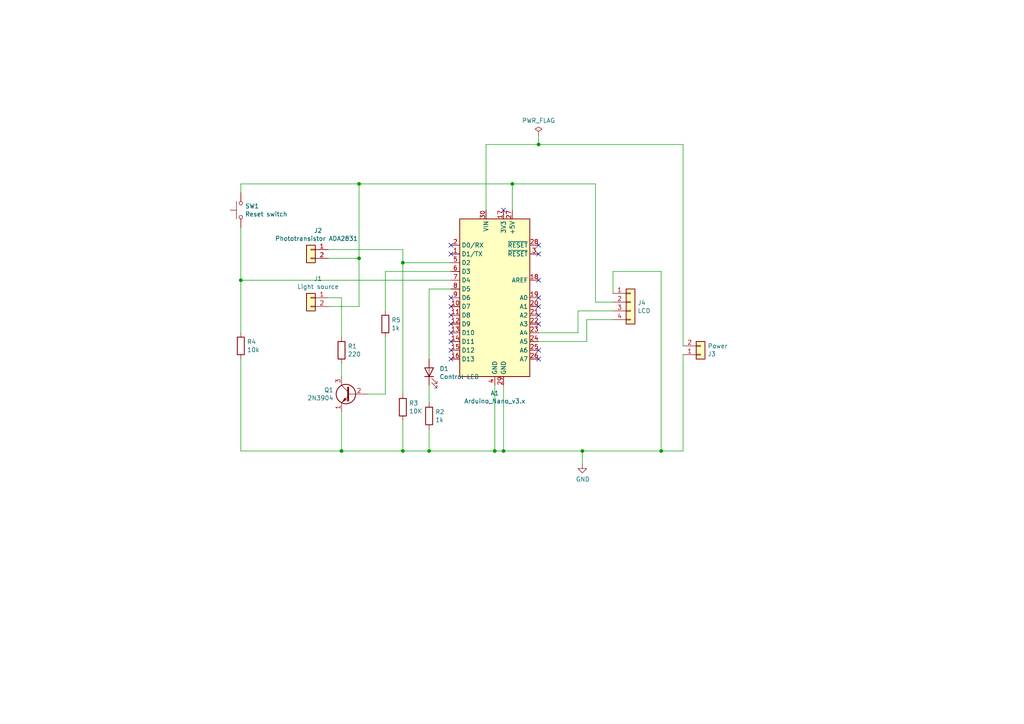
<source format=kicad_sch>
(kicad_sch
	(version 20231120)
	(generator "eeschema")
	(generator_version "8.0")
	(uuid "db1a1c14-478c-44db-b10d-f32aa7fecde8")
	(paper "A4")
	(lib_symbols
		(symbol "Connector_Generic:Conn_01x02"
			(pin_names
				(offset 1.016) hide)
			(exclude_from_sim no)
			(in_bom yes)
			(on_board yes)
			(property "Reference" "J"
				(at 0 2.54 0)
				(effects
					(font
						(size 1.27 1.27)
					)
				)
			)
			(property "Value" "Conn_01x02"
				(at 0 -5.08 0)
				(effects
					(font
						(size 1.27 1.27)
					)
				)
			)
			(property "Footprint" ""
				(at 0 0 0)
				(effects
					(font
						(size 1.27 1.27)
					)
					(hide yes)
				)
			)
			(property "Datasheet" "~"
				(at 0 0 0)
				(effects
					(font
						(size 1.27 1.27)
					)
					(hide yes)
				)
			)
			(property "Description" "Generic connector, single row, 01x02, script generated (kicad-library-utils/schlib/autogen/connector/)"
				(at 0 0 0)
				(effects
					(font
						(size 1.27 1.27)
					)
					(hide yes)
				)
			)
			(property "ki_keywords" "connector"
				(at 0 0 0)
				(effects
					(font
						(size 1.27 1.27)
					)
					(hide yes)
				)
			)
			(property "ki_fp_filters" "Connector*:*_1x??_*"
				(at 0 0 0)
				(effects
					(font
						(size 1.27 1.27)
					)
					(hide yes)
				)
			)
			(symbol "Conn_01x02_1_1"
				(rectangle
					(start -1.27 -2.413)
					(end 0 -2.667)
					(stroke
						(width 0.1524)
						(type default)
					)
					(fill
						(type none)
					)
				)
				(rectangle
					(start -1.27 0.127)
					(end 0 -0.127)
					(stroke
						(width 0.1524)
						(type default)
					)
					(fill
						(type none)
					)
				)
				(rectangle
					(start -1.27 1.27)
					(end 1.27 -3.81)
					(stroke
						(width 0.254)
						(type default)
					)
					(fill
						(type background)
					)
				)
				(pin passive line
					(at -5.08 0 0)
					(length 3.81)
					(name "Pin_1"
						(effects
							(font
								(size 1.27 1.27)
							)
						)
					)
					(number "1"
						(effects
							(font
								(size 1.27 1.27)
							)
						)
					)
				)
				(pin passive line
					(at -5.08 -2.54 0)
					(length 3.81)
					(name "Pin_2"
						(effects
							(font
								(size 1.27 1.27)
							)
						)
					)
					(number "2"
						(effects
							(font
								(size 1.27 1.27)
							)
						)
					)
				)
			)
		)
		(symbol "Connector_Generic:Conn_01x04"
			(pin_names
				(offset 1.016) hide)
			(exclude_from_sim no)
			(in_bom yes)
			(on_board yes)
			(property "Reference" "J"
				(at 0 5.08 0)
				(effects
					(font
						(size 1.27 1.27)
					)
				)
			)
			(property "Value" "Conn_01x04"
				(at 0 -7.62 0)
				(effects
					(font
						(size 1.27 1.27)
					)
				)
			)
			(property "Footprint" ""
				(at 0 0 0)
				(effects
					(font
						(size 1.27 1.27)
					)
					(hide yes)
				)
			)
			(property "Datasheet" "~"
				(at 0 0 0)
				(effects
					(font
						(size 1.27 1.27)
					)
					(hide yes)
				)
			)
			(property "Description" "Generic connector, single row, 01x04, script generated (kicad-library-utils/schlib/autogen/connector/)"
				(at 0 0 0)
				(effects
					(font
						(size 1.27 1.27)
					)
					(hide yes)
				)
			)
			(property "ki_keywords" "connector"
				(at 0 0 0)
				(effects
					(font
						(size 1.27 1.27)
					)
					(hide yes)
				)
			)
			(property "ki_fp_filters" "Connector*:*_1x??_*"
				(at 0 0 0)
				(effects
					(font
						(size 1.27 1.27)
					)
					(hide yes)
				)
			)
			(symbol "Conn_01x04_1_1"
				(rectangle
					(start -1.27 -4.953)
					(end 0 -5.207)
					(stroke
						(width 0.1524)
						(type default)
					)
					(fill
						(type none)
					)
				)
				(rectangle
					(start -1.27 -2.413)
					(end 0 -2.667)
					(stroke
						(width 0.1524)
						(type default)
					)
					(fill
						(type none)
					)
				)
				(rectangle
					(start -1.27 0.127)
					(end 0 -0.127)
					(stroke
						(width 0.1524)
						(type default)
					)
					(fill
						(type none)
					)
				)
				(rectangle
					(start -1.27 2.667)
					(end 0 2.413)
					(stroke
						(width 0.1524)
						(type default)
					)
					(fill
						(type none)
					)
				)
				(rectangle
					(start -1.27 3.81)
					(end 1.27 -6.35)
					(stroke
						(width 0.254)
						(type default)
					)
					(fill
						(type background)
					)
				)
				(pin passive line
					(at -5.08 2.54 0)
					(length 3.81)
					(name "Pin_1"
						(effects
							(font
								(size 1.27 1.27)
							)
						)
					)
					(number "1"
						(effects
							(font
								(size 1.27 1.27)
							)
						)
					)
				)
				(pin passive line
					(at -5.08 0 0)
					(length 3.81)
					(name "Pin_2"
						(effects
							(font
								(size 1.27 1.27)
							)
						)
					)
					(number "2"
						(effects
							(font
								(size 1.27 1.27)
							)
						)
					)
				)
				(pin passive line
					(at -5.08 -2.54 0)
					(length 3.81)
					(name "Pin_3"
						(effects
							(font
								(size 1.27 1.27)
							)
						)
					)
					(number "3"
						(effects
							(font
								(size 1.27 1.27)
							)
						)
					)
				)
				(pin passive line
					(at -5.08 -5.08 0)
					(length 3.81)
					(name "Pin_4"
						(effects
							(font
								(size 1.27 1.27)
							)
						)
					)
					(number "4"
						(effects
							(font
								(size 1.27 1.27)
							)
						)
					)
				)
			)
		)
		(symbol "Device:LED"
			(pin_numbers hide)
			(pin_names
				(offset 1.016) hide)
			(exclude_from_sim no)
			(in_bom yes)
			(on_board yes)
			(property "Reference" "D"
				(at 0 2.54 0)
				(effects
					(font
						(size 1.27 1.27)
					)
				)
			)
			(property "Value" "LED"
				(at 0 -2.54 0)
				(effects
					(font
						(size 1.27 1.27)
					)
				)
			)
			(property "Footprint" ""
				(at 0 0 0)
				(effects
					(font
						(size 1.27 1.27)
					)
					(hide yes)
				)
			)
			(property "Datasheet" "~"
				(at 0 0 0)
				(effects
					(font
						(size 1.27 1.27)
					)
					(hide yes)
				)
			)
			(property "Description" "Light emitting diode"
				(at 0 0 0)
				(effects
					(font
						(size 1.27 1.27)
					)
					(hide yes)
				)
			)
			(property "ki_keywords" "LED diode"
				(at 0 0 0)
				(effects
					(font
						(size 1.27 1.27)
					)
					(hide yes)
				)
			)
			(property "ki_fp_filters" "LED* LED_SMD:* LED_THT:*"
				(at 0 0 0)
				(effects
					(font
						(size 1.27 1.27)
					)
					(hide yes)
				)
			)
			(symbol "LED_0_1"
				(polyline
					(pts
						(xy -1.27 -1.27) (xy -1.27 1.27)
					)
					(stroke
						(width 0.254)
						(type default)
					)
					(fill
						(type none)
					)
				)
				(polyline
					(pts
						(xy -1.27 0) (xy 1.27 0)
					)
					(stroke
						(width 0)
						(type default)
					)
					(fill
						(type none)
					)
				)
				(polyline
					(pts
						(xy 1.27 -1.27) (xy 1.27 1.27) (xy -1.27 0) (xy 1.27 -1.27)
					)
					(stroke
						(width 0.254)
						(type default)
					)
					(fill
						(type none)
					)
				)
				(polyline
					(pts
						(xy -3.048 -0.762) (xy -4.572 -2.286) (xy -3.81 -2.286) (xy -4.572 -2.286) (xy -4.572 -1.524)
					)
					(stroke
						(width 0)
						(type default)
					)
					(fill
						(type none)
					)
				)
				(polyline
					(pts
						(xy -1.778 -0.762) (xy -3.302 -2.286) (xy -2.54 -2.286) (xy -3.302 -2.286) (xy -3.302 -1.524)
					)
					(stroke
						(width 0)
						(type default)
					)
					(fill
						(type none)
					)
				)
			)
			(symbol "LED_1_1"
				(pin passive line
					(at -3.81 0 0)
					(length 2.54)
					(name "K"
						(effects
							(font
								(size 1.27 1.27)
							)
						)
					)
					(number "1"
						(effects
							(font
								(size 1.27 1.27)
							)
						)
					)
				)
				(pin passive line
					(at 3.81 0 180)
					(length 2.54)
					(name "A"
						(effects
							(font
								(size 1.27 1.27)
							)
						)
					)
					(number "2"
						(effects
							(font
								(size 1.27 1.27)
							)
						)
					)
				)
			)
		)
		(symbol "Device:R"
			(pin_numbers hide)
			(pin_names
				(offset 0)
			)
			(exclude_from_sim no)
			(in_bom yes)
			(on_board yes)
			(property "Reference" "R"
				(at 2.032 0 90)
				(effects
					(font
						(size 1.27 1.27)
					)
				)
			)
			(property "Value" "R"
				(at 0 0 90)
				(effects
					(font
						(size 1.27 1.27)
					)
				)
			)
			(property "Footprint" ""
				(at -1.778 0 90)
				(effects
					(font
						(size 1.27 1.27)
					)
					(hide yes)
				)
			)
			(property "Datasheet" "~"
				(at 0 0 0)
				(effects
					(font
						(size 1.27 1.27)
					)
					(hide yes)
				)
			)
			(property "Description" "Resistor"
				(at 0 0 0)
				(effects
					(font
						(size 1.27 1.27)
					)
					(hide yes)
				)
			)
			(property "ki_keywords" "R res resistor"
				(at 0 0 0)
				(effects
					(font
						(size 1.27 1.27)
					)
					(hide yes)
				)
			)
			(property "ki_fp_filters" "R_*"
				(at 0 0 0)
				(effects
					(font
						(size 1.27 1.27)
					)
					(hide yes)
				)
			)
			(symbol "R_0_1"
				(rectangle
					(start -1.016 -2.54)
					(end 1.016 2.54)
					(stroke
						(width 0.254)
						(type default)
					)
					(fill
						(type none)
					)
				)
			)
			(symbol "R_1_1"
				(pin passive line
					(at 0 3.81 270)
					(length 1.27)
					(name "~"
						(effects
							(font
								(size 1.27 1.27)
							)
						)
					)
					(number "1"
						(effects
							(font
								(size 1.27 1.27)
							)
						)
					)
				)
				(pin passive line
					(at 0 -3.81 90)
					(length 1.27)
					(name "~"
						(effects
							(font
								(size 1.27 1.27)
							)
						)
					)
					(number "2"
						(effects
							(font
								(size 1.27 1.27)
							)
						)
					)
				)
			)
		)
		(symbol "MCU_Module:Arduino_Nano_v3.x"
			(exclude_from_sim no)
			(in_bom yes)
			(on_board yes)
			(property "Reference" "A"
				(at -10.16 23.495 0)
				(effects
					(font
						(size 1.27 1.27)
					)
					(justify left bottom)
				)
			)
			(property "Value" "Arduino_Nano_v3.x"
				(at 5.08 -24.13 0)
				(effects
					(font
						(size 1.27 1.27)
					)
					(justify left top)
				)
			)
			(property "Footprint" "Module:Arduino_Nano"
				(at 0 0 0)
				(effects
					(font
						(size 1.27 1.27)
						(italic yes)
					)
					(hide yes)
				)
			)
			(property "Datasheet" "http://www.mouser.com/pdfdocs/Gravitech_Arduino_Nano3_0.pdf"
				(at 0 0 0)
				(effects
					(font
						(size 1.27 1.27)
					)
					(hide yes)
				)
			)
			(property "Description" "Arduino Nano v3.x"
				(at 0 0 0)
				(effects
					(font
						(size 1.27 1.27)
					)
					(hide yes)
				)
			)
			(property "ki_keywords" "Arduino nano microcontroller module USB"
				(at 0 0 0)
				(effects
					(font
						(size 1.27 1.27)
					)
					(hide yes)
				)
			)
			(property "ki_fp_filters" "Arduino*Nano*"
				(at 0 0 0)
				(effects
					(font
						(size 1.27 1.27)
					)
					(hide yes)
				)
			)
			(symbol "Arduino_Nano_v3.x_0_1"
				(rectangle
					(start -10.16 22.86)
					(end 10.16 -22.86)
					(stroke
						(width 0.254)
						(type default)
					)
					(fill
						(type background)
					)
				)
			)
			(symbol "Arduino_Nano_v3.x_1_1"
				(pin bidirectional line
					(at -12.7 12.7 0)
					(length 2.54)
					(name "D1/TX"
						(effects
							(font
								(size 1.27 1.27)
							)
						)
					)
					(number "1"
						(effects
							(font
								(size 1.27 1.27)
							)
						)
					)
				)
				(pin bidirectional line
					(at -12.7 -2.54 0)
					(length 2.54)
					(name "D7"
						(effects
							(font
								(size 1.27 1.27)
							)
						)
					)
					(number "10"
						(effects
							(font
								(size 1.27 1.27)
							)
						)
					)
				)
				(pin bidirectional line
					(at -12.7 -5.08 0)
					(length 2.54)
					(name "D8"
						(effects
							(font
								(size 1.27 1.27)
							)
						)
					)
					(number "11"
						(effects
							(font
								(size 1.27 1.27)
							)
						)
					)
				)
				(pin bidirectional line
					(at -12.7 -7.62 0)
					(length 2.54)
					(name "D9"
						(effects
							(font
								(size 1.27 1.27)
							)
						)
					)
					(number "12"
						(effects
							(font
								(size 1.27 1.27)
							)
						)
					)
				)
				(pin bidirectional line
					(at -12.7 -10.16 0)
					(length 2.54)
					(name "D10"
						(effects
							(font
								(size 1.27 1.27)
							)
						)
					)
					(number "13"
						(effects
							(font
								(size 1.27 1.27)
							)
						)
					)
				)
				(pin bidirectional line
					(at -12.7 -12.7 0)
					(length 2.54)
					(name "D11"
						(effects
							(font
								(size 1.27 1.27)
							)
						)
					)
					(number "14"
						(effects
							(font
								(size 1.27 1.27)
							)
						)
					)
				)
				(pin bidirectional line
					(at -12.7 -15.24 0)
					(length 2.54)
					(name "D12"
						(effects
							(font
								(size 1.27 1.27)
							)
						)
					)
					(number "15"
						(effects
							(font
								(size 1.27 1.27)
							)
						)
					)
				)
				(pin bidirectional line
					(at -12.7 -17.78 0)
					(length 2.54)
					(name "D13"
						(effects
							(font
								(size 1.27 1.27)
							)
						)
					)
					(number "16"
						(effects
							(font
								(size 1.27 1.27)
							)
						)
					)
				)
				(pin power_out line
					(at 2.54 25.4 270)
					(length 2.54)
					(name "3V3"
						(effects
							(font
								(size 1.27 1.27)
							)
						)
					)
					(number "17"
						(effects
							(font
								(size 1.27 1.27)
							)
						)
					)
				)
				(pin input line
					(at 12.7 5.08 180)
					(length 2.54)
					(name "AREF"
						(effects
							(font
								(size 1.27 1.27)
							)
						)
					)
					(number "18"
						(effects
							(font
								(size 1.27 1.27)
							)
						)
					)
				)
				(pin bidirectional line
					(at 12.7 0 180)
					(length 2.54)
					(name "A0"
						(effects
							(font
								(size 1.27 1.27)
							)
						)
					)
					(number "19"
						(effects
							(font
								(size 1.27 1.27)
							)
						)
					)
				)
				(pin bidirectional line
					(at -12.7 15.24 0)
					(length 2.54)
					(name "D0/RX"
						(effects
							(font
								(size 1.27 1.27)
							)
						)
					)
					(number "2"
						(effects
							(font
								(size 1.27 1.27)
							)
						)
					)
				)
				(pin bidirectional line
					(at 12.7 -2.54 180)
					(length 2.54)
					(name "A1"
						(effects
							(font
								(size 1.27 1.27)
							)
						)
					)
					(number "20"
						(effects
							(font
								(size 1.27 1.27)
							)
						)
					)
				)
				(pin bidirectional line
					(at 12.7 -5.08 180)
					(length 2.54)
					(name "A2"
						(effects
							(font
								(size 1.27 1.27)
							)
						)
					)
					(number "21"
						(effects
							(font
								(size 1.27 1.27)
							)
						)
					)
				)
				(pin bidirectional line
					(at 12.7 -7.62 180)
					(length 2.54)
					(name "A3"
						(effects
							(font
								(size 1.27 1.27)
							)
						)
					)
					(number "22"
						(effects
							(font
								(size 1.27 1.27)
							)
						)
					)
				)
				(pin bidirectional line
					(at 12.7 -10.16 180)
					(length 2.54)
					(name "A4"
						(effects
							(font
								(size 1.27 1.27)
							)
						)
					)
					(number "23"
						(effects
							(font
								(size 1.27 1.27)
							)
						)
					)
				)
				(pin bidirectional line
					(at 12.7 -12.7 180)
					(length 2.54)
					(name "A5"
						(effects
							(font
								(size 1.27 1.27)
							)
						)
					)
					(number "24"
						(effects
							(font
								(size 1.27 1.27)
							)
						)
					)
				)
				(pin bidirectional line
					(at 12.7 -15.24 180)
					(length 2.54)
					(name "A6"
						(effects
							(font
								(size 1.27 1.27)
							)
						)
					)
					(number "25"
						(effects
							(font
								(size 1.27 1.27)
							)
						)
					)
				)
				(pin bidirectional line
					(at 12.7 -17.78 180)
					(length 2.54)
					(name "A7"
						(effects
							(font
								(size 1.27 1.27)
							)
						)
					)
					(number "26"
						(effects
							(font
								(size 1.27 1.27)
							)
						)
					)
				)
				(pin power_out line
					(at 5.08 25.4 270)
					(length 2.54)
					(name "+5V"
						(effects
							(font
								(size 1.27 1.27)
							)
						)
					)
					(number "27"
						(effects
							(font
								(size 1.27 1.27)
							)
						)
					)
				)
				(pin input line
					(at 12.7 15.24 180)
					(length 2.54)
					(name "~{RESET}"
						(effects
							(font
								(size 1.27 1.27)
							)
						)
					)
					(number "28"
						(effects
							(font
								(size 1.27 1.27)
							)
						)
					)
				)
				(pin power_in line
					(at 2.54 -25.4 90)
					(length 2.54)
					(name "GND"
						(effects
							(font
								(size 1.27 1.27)
							)
						)
					)
					(number "29"
						(effects
							(font
								(size 1.27 1.27)
							)
						)
					)
				)
				(pin input line
					(at 12.7 12.7 180)
					(length 2.54)
					(name "~{RESET}"
						(effects
							(font
								(size 1.27 1.27)
							)
						)
					)
					(number "3"
						(effects
							(font
								(size 1.27 1.27)
							)
						)
					)
				)
				(pin power_in line
					(at -2.54 25.4 270)
					(length 2.54)
					(name "VIN"
						(effects
							(font
								(size 1.27 1.27)
							)
						)
					)
					(number "30"
						(effects
							(font
								(size 1.27 1.27)
							)
						)
					)
				)
				(pin power_in line
					(at 0 -25.4 90)
					(length 2.54)
					(name "GND"
						(effects
							(font
								(size 1.27 1.27)
							)
						)
					)
					(number "4"
						(effects
							(font
								(size 1.27 1.27)
							)
						)
					)
				)
				(pin bidirectional line
					(at -12.7 10.16 0)
					(length 2.54)
					(name "D2"
						(effects
							(font
								(size 1.27 1.27)
							)
						)
					)
					(number "5"
						(effects
							(font
								(size 1.27 1.27)
							)
						)
					)
				)
				(pin bidirectional line
					(at -12.7 7.62 0)
					(length 2.54)
					(name "D3"
						(effects
							(font
								(size 1.27 1.27)
							)
						)
					)
					(number "6"
						(effects
							(font
								(size 1.27 1.27)
							)
						)
					)
				)
				(pin bidirectional line
					(at -12.7 5.08 0)
					(length 2.54)
					(name "D4"
						(effects
							(font
								(size 1.27 1.27)
							)
						)
					)
					(number "7"
						(effects
							(font
								(size 1.27 1.27)
							)
						)
					)
				)
				(pin bidirectional line
					(at -12.7 2.54 0)
					(length 2.54)
					(name "D5"
						(effects
							(font
								(size 1.27 1.27)
							)
						)
					)
					(number "8"
						(effects
							(font
								(size 1.27 1.27)
							)
						)
					)
				)
				(pin bidirectional line
					(at -12.7 0 0)
					(length 2.54)
					(name "D6"
						(effects
							(font
								(size 1.27 1.27)
							)
						)
					)
					(number "9"
						(effects
							(font
								(size 1.27 1.27)
							)
						)
					)
				)
			)
		)
		(symbol "Switch:SW_Push"
			(pin_numbers hide)
			(pin_names
				(offset 1.016) hide)
			(exclude_from_sim no)
			(in_bom yes)
			(on_board yes)
			(property "Reference" "SW"
				(at 1.27 2.54 0)
				(effects
					(font
						(size 1.27 1.27)
					)
					(justify left)
				)
			)
			(property "Value" "SW_Push"
				(at 0 -1.524 0)
				(effects
					(font
						(size 1.27 1.27)
					)
				)
			)
			(property "Footprint" ""
				(at 0 5.08 0)
				(effects
					(font
						(size 1.27 1.27)
					)
					(hide yes)
				)
			)
			(property "Datasheet" "~"
				(at 0 5.08 0)
				(effects
					(font
						(size 1.27 1.27)
					)
					(hide yes)
				)
			)
			(property "Description" "Push button switch, generic, two pins"
				(at 0 0 0)
				(effects
					(font
						(size 1.27 1.27)
					)
					(hide yes)
				)
			)
			(property "ki_keywords" "switch normally-open pushbutton push-button"
				(at 0 0 0)
				(effects
					(font
						(size 1.27 1.27)
					)
					(hide yes)
				)
			)
			(symbol "SW_Push_0_1"
				(circle
					(center -2.032 0)
					(radius 0.508)
					(stroke
						(width 0)
						(type default)
					)
					(fill
						(type none)
					)
				)
				(polyline
					(pts
						(xy 0 1.27) (xy 0 3.048)
					)
					(stroke
						(width 0)
						(type default)
					)
					(fill
						(type none)
					)
				)
				(polyline
					(pts
						(xy 2.54 1.27) (xy -2.54 1.27)
					)
					(stroke
						(width 0)
						(type default)
					)
					(fill
						(type none)
					)
				)
				(circle
					(center 2.032 0)
					(radius 0.508)
					(stroke
						(width 0)
						(type default)
					)
					(fill
						(type none)
					)
				)
				(pin passive line
					(at -5.08 0 0)
					(length 2.54)
					(name "1"
						(effects
							(font
								(size 1.27 1.27)
							)
						)
					)
					(number "1"
						(effects
							(font
								(size 1.27 1.27)
							)
						)
					)
				)
				(pin passive line
					(at 5.08 0 180)
					(length 2.54)
					(name "2"
						(effects
							(font
								(size 1.27 1.27)
							)
						)
					)
					(number "2"
						(effects
							(font
								(size 1.27 1.27)
							)
						)
					)
				)
			)
		)
		(symbol "Transistor_BJT:PN2222A"
			(pin_names
				(offset 0) hide)
			(exclude_from_sim no)
			(in_bom yes)
			(on_board yes)
			(property "Reference" "Q"
				(at 5.08 1.905 0)
				(effects
					(font
						(size 1.27 1.27)
					)
					(justify left)
				)
			)
			(property "Value" "PN2222A"
				(at 5.08 0 0)
				(effects
					(font
						(size 1.27 1.27)
					)
					(justify left)
				)
			)
			(property "Footprint" "Package_TO_SOT_THT:TO-92_Inline"
				(at 5.08 -1.905 0)
				(effects
					(font
						(size 1.27 1.27)
						(italic yes)
					)
					(justify left)
					(hide yes)
				)
			)
			(property "Datasheet" "https://www.onsemi.com/pub/Collateral/PN2222-D.PDF"
				(at 0 0 0)
				(effects
					(font
						(size 1.27 1.27)
					)
					(justify left)
					(hide yes)
				)
			)
			(property "Description" "1A Ic, 40V Vce, NPN Transistor, General Purpose Transistor, TO-92"
				(at 0 0 0)
				(effects
					(font
						(size 1.27 1.27)
					)
					(hide yes)
				)
			)
			(property "ki_keywords" "NPN Transistor"
				(at 0 0 0)
				(effects
					(font
						(size 1.27 1.27)
					)
					(hide yes)
				)
			)
			(property "ki_fp_filters" "TO?92*"
				(at 0 0 0)
				(effects
					(font
						(size 1.27 1.27)
					)
					(hide yes)
				)
			)
			(symbol "PN2222A_0_1"
				(polyline
					(pts
						(xy 0 0) (xy 0.635 0)
					)
					(stroke
						(width 0)
						(type default)
					)
					(fill
						(type none)
					)
				)
				(polyline
					(pts
						(xy 2.54 -2.54) (xy 0.635 -0.635)
					)
					(stroke
						(width 0)
						(type default)
					)
					(fill
						(type none)
					)
				)
				(polyline
					(pts
						(xy 2.54 2.54) (xy 0.635 0.635)
					)
					(stroke
						(width 0)
						(type default)
					)
					(fill
						(type none)
					)
				)
				(polyline
					(pts
						(xy 0.635 1.905) (xy 0.635 -1.905) (xy 0.635 -1.905)
					)
					(stroke
						(width 0.508)
						(type default)
					)
					(fill
						(type none)
					)
				)
				(polyline
					(pts
						(xy 2.413 -2.413) (xy 1.905 -1.905) (xy 1.905 -1.905)
					)
					(stroke
						(width 0)
						(type default)
					)
					(fill
						(type none)
					)
				)
				(polyline
					(pts
						(xy 1.143 -1.651) (xy 1.651 -1.143) (xy 2.159 -2.159) (xy 1.143 -1.651) (xy 1.143 -1.651)
					)
					(stroke
						(width 0)
						(type default)
					)
					(fill
						(type outline)
					)
				)
				(circle
					(center 1.27 0)
					(radius 2.8194)
					(stroke
						(width 0.254)
						(type default)
					)
					(fill
						(type none)
					)
				)
			)
			(symbol "PN2222A_1_1"
				(pin passive line
					(at 2.54 -5.08 90)
					(length 2.54)
					(name "E"
						(effects
							(font
								(size 1.27 1.27)
							)
						)
					)
					(number "1"
						(effects
							(font
								(size 1.27 1.27)
							)
						)
					)
				)
				(pin input line
					(at -5.08 0 0)
					(length 5.08)
					(name "B"
						(effects
							(font
								(size 1.27 1.27)
							)
						)
					)
					(number "2"
						(effects
							(font
								(size 1.27 1.27)
							)
						)
					)
				)
				(pin passive line
					(at 2.54 5.08 270)
					(length 2.54)
					(name "C"
						(effects
							(font
								(size 1.27 1.27)
							)
						)
					)
					(number "3"
						(effects
							(font
								(size 1.27 1.27)
							)
						)
					)
				)
			)
		)
		(symbol "shutter_speed_tester-rescue:GND-power"
			(power)
			(pin_names
				(offset 0)
			)
			(exclude_from_sim no)
			(in_bom yes)
			(on_board yes)
			(property "Reference" "#PWR"
				(at 0 -6.35 0)
				(effects
					(font
						(size 1.27 1.27)
					)
					(hide yes)
				)
			)
			(property "Value" "power_GND"
				(at 0 -3.81 0)
				(effects
					(font
						(size 1.27 1.27)
					)
				)
			)
			(property "Footprint" ""
				(at 0 0 0)
				(effects
					(font
						(size 1.27 1.27)
					)
					(hide yes)
				)
			)
			(property "Datasheet" ""
				(at 0 0 0)
				(effects
					(font
						(size 1.27 1.27)
					)
					(hide yes)
				)
			)
			(property "Description" ""
				(at 0 0 0)
				(effects
					(font
						(size 1.27 1.27)
					)
					(hide yes)
				)
			)
			(symbol "GND-power_0_1"
				(polyline
					(pts
						(xy 0 0) (xy 0 -1.27) (xy 1.27 -1.27) (xy 0 -2.54) (xy -1.27 -1.27) (xy 0 -1.27)
					)
					(stroke
						(width 0)
						(type solid)
					)
					(fill
						(type none)
					)
				)
			)
			(symbol "GND-power_1_1"
				(pin power_in line
					(at 0 0 270)
					(length 0) hide
					(name "GND"
						(effects
							(font
								(size 1.27 1.27)
							)
						)
					)
					(number "1"
						(effects
							(font
								(size 1.27 1.27)
							)
						)
					)
				)
			)
		)
		(symbol "shutter_speed_tester-rescue:PWR_FLAG-power"
			(power)
			(pin_numbers hide)
			(pin_names
				(offset 0) hide)
			(exclude_from_sim no)
			(in_bom yes)
			(on_board yes)
			(property "Reference" "#FLG"
				(at 0 1.905 0)
				(effects
					(font
						(size 1.27 1.27)
					)
					(hide yes)
				)
			)
			(property "Value" "power_PWR_FLAG"
				(at 0 3.81 0)
				(effects
					(font
						(size 1.27 1.27)
					)
				)
			)
			(property "Footprint" ""
				(at 0 0 0)
				(effects
					(font
						(size 1.27 1.27)
					)
					(hide yes)
				)
			)
			(property "Datasheet" ""
				(at 0 0 0)
				(effects
					(font
						(size 1.27 1.27)
					)
					(hide yes)
				)
			)
			(property "Description" ""
				(at 0 0 0)
				(effects
					(font
						(size 1.27 1.27)
					)
					(hide yes)
				)
			)
			(symbol "PWR_FLAG-power_0_0"
				(pin power_out line
					(at 0 0 90)
					(length 0)
					(name "pwr"
						(effects
							(font
								(size 1.27 1.27)
							)
						)
					)
					(number "1"
						(effects
							(font
								(size 1.27 1.27)
							)
						)
					)
				)
			)
			(symbol "PWR_FLAG-power_0_1"
				(polyline
					(pts
						(xy 0 0) (xy 0 1.27) (xy -1.016 1.905) (xy 0 2.54) (xy 1.016 1.905) (xy 0 1.27)
					)
					(stroke
						(width 0)
						(type solid)
					)
					(fill
						(type none)
					)
				)
			)
		)
	)
	(junction
		(at 116.84 76.2)
		(diameter 0)
		(color 0 0 0 0)
		(uuid "00a10fc5-d4de-4d19-be62-6c0d7c00afd8")
	)
	(junction
		(at 148.59 53.34)
		(diameter 0)
		(color 0 0 0 0)
		(uuid "1d8288d4-f58b-4420-a38d-dc17c2e82c7b")
	)
	(junction
		(at 168.91 130.81)
		(diameter 0)
		(color 0 0 0 0)
		(uuid "213e698d-5029-48cb-bc3b-8da306c6bc6f")
	)
	(junction
		(at 99.06 130.81)
		(diameter 0)
		(color 0 0 0 0)
		(uuid "38ce0726-84a1-4e28-ae8f-48ee9f25f040")
	)
	(junction
		(at 143.51 130.81)
		(diameter 0)
		(color 0 0 0 0)
		(uuid "495f1bd8-7fb7-4b47-aa1f-c5fe93e3e315")
	)
	(junction
		(at 104.14 74.93)
		(diameter 0)
		(color 0 0 0 0)
		(uuid "5bb2df75-14b3-4052-ba52-98462cd7736f")
	)
	(junction
		(at 191.77 130.81)
		(diameter 0)
		(color 0 0 0 0)
		(uuid "5dd2b894-703e-43e2-bc0b-531dd340aad6")
	)
	(junction
		(at 116.84 130.81)
		(diameter 0)
		(color 0 0 0 0)
		(uuid "607ea13f-1c33-4af3-a7ea-5162fb31d58a")
	)
	(junction
		(at 146.05 130.81)
		(diameter 0)
		(color 0 0 0 0)
		(uuid "881ba7bc-607d-4029-910e-7e0aafaa75d5")
	)
	(junction
		(at 69.85 81.28)
		(diameter 0)
		(color 0 0 0 0)
		(uuid "90131901-dcb5-457a-87ea-3db2eb382aad")
	)
	(junction
		(at 104.14 53.34)
		(diameter 0)
		(color 0 0 0 0)
		(uuid "954858db-c4a0-441b-9b5b-850eb879e6f0")
	)
	(junction
		(at 156.21 41.91)
		(diameter 0)
		(color 0 0 0 0)
		(uuid "b91c81f4-d53e-4c3c-90af-ca7738ebca6a")
	)
	(junction
		(at 124.46 130.81)
		(diameter 0)
		(color 0 0 0 0)
		(uuid "e58d1e35-e20a-451f-a9ad-19ed88902e35")
	)
	(no_connect
		(at 156.21 81.28)
		(uuid "04e04c23-549f-4031-b5f7-c8fef91e4acc")
	)
	(no_connect
		(at 156.21 86.36)
		(uuid "1005ddd2-a90e-4092-b45f-52fce7b150f4")
	)
	(no_connect
		(at 146.05 60.96)
		(uuid "26623f93-4225-43cf-b770-b380b26f83a5")
	)
	(no_connect
		(at 130.81 71.12)
		(uuid "276c9356-b105-45a2-8730-0aa75392a389")
	)
	(no_connect
		(at 156.21 88.9)
		(uuid "2c3bddad-e2e1-47ab-b9c5-566d1eb1cfb0")
	)
	(no_connect
		(at 156.21 73.66)
		(uuid "52b6b443-c578-42fa-8f7b-da856df691b3")
	)
	(no_connect
		(at 130.81 73.66)
		(uuid "583804bc-b37c-48f4-984f-19748f85faa2")
	)
	(no_connect
		(at 130.81 101.6)
		(uuid "583cd863-bee1-4c63-b63b-df4aecef5717")
	)
	(no_connect
		(at 130.81 96.52)
		(uuid "59566d91-1f29-4f6b-a752-4ac72eaa366c")
	)
	(no_connect
		(at 130.81 99.06)
		(uuid "85d48f42-fd0e-49c3-8c74-632e2b9f5ee5")
	)
	(no_connect
		(at 130.81 104.14)
		(uuid "8e31dff5-1a06-49f3-bc93-668b27183883")
	)
	(no_connect
		(at 130.81 88.9)
		(uuid "996637c4-64e6-4d8d-be54-d426569cc8ad")
	)
	(no_connect
		(at 156.21 91.44)
		(uuid "a282c9f6-51ac-4fb2-96c2-e939876a745f")
	)
	(no_connect
		(at 130.81 91.44)
		(uuid "b27afe44-9728-43c7-89a6-a82178bc24f8")
	)
	(no_connect
		(at 130.81 86.36)
		(uuid "c8b74fab-92d1-4829-bd76-685c34eebe24")
	)
	(no_connect
		(at 130.81 93.98)
		(uuid "ce17a2f8-8436-4a6b-a6a8-3fdb207e554b")
	)
	(no_connect
		(at 156.21 93.98)
		(uuid "cf53b826-16fd-4cf1-a043-0d3a2e281d1a")
	)
	(no_connect
		(at 156.21 101.6)
		(uuid "d366a5cc-60ba-438b-949f-f028c8a4ca05")
	)
	(no_connect
		(at 156.21 71.12)
		(uuid "e096d7f8-bc42-4e37-9f67-8d34eb870784")
	)
	(no_connect
		(at 156.21 104.14)
		(uuid "f40048c6-7089-4972-b5a7-c51b2ce8c873")
	)
	(wire
		(pts
			(xy 156.21 41.91) (xy 140.97 41.91)
		)
		(stroke
			(width 0)
			(type default)
		)
		(uuid "04976cef-b74e-4ff0-9d1f-b6f20817af31")
	)
	(wire
		(pts
			(xy 99.06 119.38) (xy 99.06 130.81)
		)
		(stroke
			(width 0)
			(type default)
		)
		(uuid "0d1246a9-5d80-427c-a0bd-a865a807a756")
	)
	(wire
		(pts
			(xy 198.12 41.91) (xy 198.12 100.33)
		)
		(stroke
			(width 0)
			(type default)
		)
		(uuid "0dbad99f-f859-4a6b-ba91-b1da881a7c12")
	)
	(wire
		(pts
			(xy 95.25 72.39) (xy 116.84 72.39)
		)
		(stroke
			(width 0)
			(type default)
		)
		(uuid "13ba63d0-8c19-420c-a7d7-37937a6773f9")
	)
	(wire
		(pts
			(xy 111.76 114.3) (xy 106.68 114.3)
		)
		(stroke
			(width 0)
			(type default)
		)
		(uuid "174c69a1-14f1-4fcb-9a45-9e50ed86e880")
	)
	(wire
		(pts
			(xy 177.8 92.71) (xy 170.18 92.71)
		)
		(stroke
			(width 0)
			(type default)
		)
		(uuid "1df3bd23-235d-4152-9d3f-88fb1799a89a")
	)
	(wire
		(pts
			(xy 99.06 86.36) (xy 99.06 97.79)
		)
		(stroke
			(width 0)
			(type default)
		)
		(uuid "207b23f4-e431-4c4b-a73c-df75f02c9abb")
	)
	(wire
		(pts
			(xy 124.46 124.46) (xy 124.46 130.81)
		)
		(stroke
			(width 0)
			(type default)
		)
		(uuid "24ff740c-fba8-485c-bd8e-ad52b1821030")
	)
	(wire
		(pts
			(xy 116.84 130.81) (xy 124.46 130.81)
		)
		(stroke
			(width 0)
			(type default)
		)
		(uuid "2b94eb71-1b99-48a9-af85-fe4f8285bfe0")
	)
	(wire
		(pts
			(xy 167.64 96.52) (xy 156.21 96.52)
		)
		(stroke
			(width 0)
			(type default)
		)
		(uuid "2bfd9dba-315e-44a1-9688-87cbc965f59a")
	)
	(wire
		(pts
			(xy 99.06 105.41) (xy 99.06 109.22)
		)
		(stroke
			(width 0)
			(type default)
		)
		(uuid "2f1d6ca0-d7ae-46fe-a87c-b2ebe7aa3966")
	)
	(wire
		(pts
			(xy 124.46 83.82) (xy 124.46 104.14)
		)
		(stroke
			(width 0)
			(type default)
		)
		(uuid "32766971-f952-447f-993a-f7dcc054c6a5")
	)
	(wire
		(pts
			(xy 140.97 41.91) (xy 140.97 60.96)
		)
		(stroke
			(width 0)
			(type default)
		)
		(uuid "328a1d96-4382-4069-a06c-cae1a4694d7b")
	)
	(wire
		(pts
			(xy 170.18 92.71) (xy 170.18 99.06)
		)
		(stroke
			(width 0)
			(type default)
		)
		(uuid "32f6b4d6-4835-4102-9235-130e1f6a7c99")
	)
	(wire
		(pts
			(xy 156.21 39.37) (xy 156.21 41.91)
		)
		(stroke
			(width 0)
			(type default)
		)
		(uuid "35667d83-3149-4035-a9ed-eb1ee475c8c8")
	)
	(wire
		(pts
			(xy 191.77 130.81) (xy 198.12 130.81)
		)
		(stroke
			(width 0)
			(type default)
		)
		(uuid "38a7d8a7-c7ba-40a8-b936-49e007fbd7af")
	)
	(wire
		(pts
			(xy 104.14 88.9) (xy 95.25 88.9)
		)
		(stroke
			(width 0)
			(type default)
		)
		(uuid "3a151d44-f882-4be0-9847-f6063a0e6a15")
	)
	(wire
		(pts
			(xy 130.81 81.28) (xy 69.85 81.28)
		)
		(stroke
			(width 0)
			(type default)
		)
		(uuid "3b59d584-66ff-4204-a45c-75fd03b04891")
	)
	(wire
		(pts
			(xy 69.85 81.28) (xy 69.85 96.52)
		)
		(stroke
			(width 0)
			(type default)
		)
		(uuid "3f7adfc2-4d1f-4a73-af56-1b49231a6777")
	)
	(wire
		(pts
			(xy 198.12 41.91) (xy 156.21 41.91)
		)
		(stroke
			(width 0)
			(type default)
		)
		(uuid "419b26db-442d-43ee-8617-6f4fa11aeed1")
	)
	(wire
		(pts
			(xy 130.81 83.82) (xy 124.46 83.82)
		)
		(stroke
			(width 0)
			(type default)
		)
		(uuid "44b2d096-02cf-446f-9258-f8fc6bf7110f")
	)
	(wire
		(pts
			(xy 191.77 78.74) (xy 191.77 130.81)
		)
		(stroke
			(width 0)
			(type default)
		)
		(uuid "4cb4918b-0810-465e-9c9d-e897e9177701")
	)
	(wire
		(pts
			(xy 99.06 130.81) (xy 116.84 130.81)
		)
		(stroke
			(width 0)
			(type default)
		)
		(uuid "4f5320fc-362e-491b-85a2-2d3a8cff538c")
	)
	(wire
		(pts
			(xy 177.8 90.17) (xy 167.64 90.17)
		)
		(stroke
			(width 0)
			(type default)
		)
		(uuid "55bbcd34-7c3a-4e7b-9b69-110e1526a9fa")
	)
	(wire
		(pts
			(xy 104.14 74.93) (xy 104.14 88.9)
		)
		(stroke
			(width 0)
			(type default)
		)
		(uuid "587c8a3e-7b68-4e82-b283-95dc7366ed27")
	)
	(wire
		(pts
			(xy 168.91 130.81) (xy 191.77 130.81)
		)
		(stroke
			(width 0)
			(type default)
		)
		(uuid "59b33f42-cfc9-4565-a704-61cd9910e623")
	)
	(wire
		(pts
			(xy 143.51 111.76) (xy 143.51 130.81)
		)
		(stroke
			(width 0)
			(type default)
		)
		(uuid "5cb6eb77-6522-4e23-8050-2e00088e0c7d")
	)
	(wire
		(pts
			(xy 116.84 72.39) (xy 116.84 76.2)
		)
		(stroke
			(width 0)
			(type default)
		)
		(uuid "5fa41a7f-5d73-4537-acf1-d536e7f12ede")
	)
	(wire
		(pts
			(xy 104.14 53.34) (xy 69.85 53.34)
		)
		(stroke
			(width 0)
			(type default)
		)
		(uuid "619dfb74-194d-4281-ba0d-36d6050aff20")
	)
	(wire
		(pts
			(xy 69.85 81.28) (xy 69.85 66.04)
		)
		(stroke
			(width 0)
			(type default)
		)
		(uuid "643d2a1b-0eb3-4656-bd4a-9114d4d40cf9")
	)
	(wire
		(pts
			(xy 130.81 76.2) (xy 116.84 76.2)
		)
		(stroke
			(width 0)
			(type default)
		)
		(uuid "65e18607-0236-4179-aeb6-efac1699c83b")
	)
	(wire
		(pts
			(xy 146.05 130.81) (xy 168.91 130.81)
		)
		(stroke
			(width 0)
			(type default)
		)
		(uuid "66158122-619a-4540-af69-64d3e6166315")
	)
	(wire
		(pts
			(xy 172.72 87.63) (xy 177.8 87.63)
		)
		(stroke
			(width 0)
			(type default)
		)
		(uuid "67c1cbcf-3834-4718-bd23-74fb51809918")
	)
	(wire
		(pts
			(xy 111.76 78.74) (xy 111.76 90.17)
		)
		(stroke
			(width 0)
			(type default)
		)
		(uuid "719f9245-83e9-443d-bb71-d5d5260fd969")
	)
	(wire
		(pts
			(xy 172.72 53.34) (xy 172.72 87.63)
		)
		(stroke
			(width 0)
			(type default)
		)
		(uuid "72920ff9-1284-4cc8-afdf-5b53d7da0d4c")
	)
	(wire
		(pts
			(xy 116.84 121.92) (xy 116.84 130.81)
		)
		(stroke
			(width 0)
			(type default)
		)
		(uuid "7eed28a2-300a-44f3-b2e9-c71916f62ec1")
	)
	(wire
		(pts
			(xy 148.59 60.96) (xy 148.59 53.34)
		)
		(stroke
			(width 0)
			(type default)
		)
		(uuid "86134b01-a55e-48df-89d3-bae41ca891e6")
	)
	(wire
		(pts
			(xy 116.84 76.2) (xy 116.84 114.3)
		)
		(stroke
			(width 0)
			(type default)
		)
		(uuid "8714473b-12d1-45b5-bd1e-97d53027b5e8")
	)
	(wire
		(pts
			(xy 198.12 102.87) (xy 198.12 130.81)
		)
		(stroke
			(width 0)
			(type default)
		)
		(uuid "88fab448-6609-4962-9287-bd271aa60dc2")
	)
	(wire
		(pts
			(xy 124.46 130.81) (xy 143.51 130.81)
		)
		(stroke
			(width 0)
			(type default)
		)
		(uuid "92192e6a-453c-4b7e-9a0f-1ea6bb14d1f8")
	)
	(wire
		(pts
			(xy 69.85 53.34) (xy 69.85 55.88)
		)
		(stroke
			(width 0)
			(type default)
		)
		(uuid "9546709e-5c40-4d6a-8e04-987ec797dfe3")
	)
	(wire
		(pts
			(xy 130.81 78.74) (xy 111.76 78.74)
		)
		(stroke
			(width 0)
			(type default)
		)
		(uuid "9ef055e0-936e-402a-9532-ed9aa0715ea3")
	)
	(wire
		(pts
			(xy 143.51 130.81) (xy 146.05 130.81)
		)
		(stroke
			(width 0)
			(type default)
		)
		(uuid "9fee6804-ae0c-4056-ad32-0005a5356a0a")
	)
	(wire
		(pts
			(xy 146.05 130.81) (xy 146.05 111.76)
		)
		(stroke
			(width 0)
			(type default)
		)
		(uuid "a3e4be1a-3570-41e3-9e19-2740fa5820c7")
	)
	(wire
		(pts
			(xy 69.85 104.14) (xy 69.85 130.81)
		)
		(stroke
			(width 0)
			(type default)
		)
		(uuid "a505a01e-54f5-45de-833c-8874f600f65b")
	)
	(wire
		(pts
			(xy 111.76 97.79) (xy 111.76 114.3)
		)
		(stroke
			(width 0)
			(type default)
		)
		(uuid "c82eaaf0-01af-47f1-898c-29e8fb13a96e")
	)
	(wire
		(pts
			(xy 170.18 99.06) (xy 156.21 99.06)
		)
		(stroke
			(width 0)
			(type default)
		)
		(uuid "cce0ca27-3007-4c71-906f-23abae57cec4")
	)
	(wire
		(pts
			(xy 69.85 130.81) (xy 99.06 130.81)
		)
		(stroke
			(width 0)
			(type default)
		)
		(uuid "ce4cfba5-6907-4d31-9dd0-f9df78439c50")
	)
	(wire
		(pts
			(xy 168.91 134.62) (xy 168.91 130.81)
		)
		(stroke
			(width 0)
			(type default)
		)
		(uuid "d0eba346-e5e4-458f-aeeb-6871deb77656")
	)
	(wire
		(pts
			(xy 148.59 53.34) (xy 104.14 53.34)
		)
		(stroke
			(width 0)
			(type default)
		)
		(uuid "d5235ca6-64c9-4195-b711-bbbc9d46d7c9")
	)
	(wire
		(pts
			(xy 177.8 78.74) (xy 191.77 78.74)
		)
		(stroke
			(width 0)
			(type default)
		)
		(uuid "d8fd8035-8616-4d29-a5b6-e18e6c11889c")
	)
	(wire
		(pts
			(xy 95.25 86.36) (xy 99.06 86.36)
		)
		(stroke
			(width 0)
			(type default)
		)
		(uuid "dd3fc025-4d2f-43e7-8a1d-f8b800748c57")
	)
	(wire
		(pts
			(xy 148.59 53.34) (xy 172.72 53.34)
		)
		(stroke
			(width 0)
			(type default)
		)
		(uuid "df0c61f6-b28d-4e88-b258-c1025af1733f")
	)
	(wire
		(pts
			(xy 177.8 85.09) (xy 177.8 78.74)
		)
		(stroke
			(width 0)
			(type default)
		)
		(uuid "e3b16011-85b5-435a-9bae-0d25d86a90f4")
	)
	(wire
		(pts
			(xy 124.46 111.76) (xy 124.46 116.84)
		)
		(stroke
			(width 0)
			(type default)
		)
		(uuid "e3ccd288-729d-4431-bcc2-a9f7a680242a")
	)
	(wire
		(pts
			(xy 104.14 74.93) (xy 95.25 74.93)
		)
		(stroke
			(width 0)
			(type default)
		)
		(uuid "ed61b3d0-3f2a-4ac8-aa4f-ec0c3babd416")
	)
	(wire
		(pts
			(xy 104.14 53.34) (xy 104.14 74.93)
		)
		(stroke
			(width 0)
			(type default)
		)
		(uuid "eea0af27-8237-491b-bbde-a92604d072b8")
	)
	(wire
		(pts
			(xy 167.64 90.17) (xy 167.64 96.52)
		)
		(stroke
			(width 0)
			(type default)
		)
		(uuid "f17e6643-5c1e-43cf-962d-ab104d8d309a")
	)
	(symbol
		(lib_id "Connector_Generic:Conn_01x02")
		(at 203.2 102.87 0)
		(mirror x)
		(unit 1)
		(exclude_from_sim no)
		(in_bom yes)
		(on_board yes)
		(dnp no)
		(uuid "00000000-0000-0000-0000-0000619f5383")
		(property "Reference" "J3"
			(at 205.232 102.6668 0)
			(effects
				(font
					(size 1.27 1.27)
				)
				(justify left)
			)
		)
		(property "Value" "Power"
			(at 205.232 100.3554 0)
			(effects
				(font
					(size 1.27 1.27)
				)
				(justify left)
			)
		)
		(property "Footprint" "Connector_Molex:Molex_KK-254_AE-6410-02A_1x02_P2.54mm_Vertical"
			(at 203.2 102.87 0)
			(effects
				(font
					(size 1.27 1.27)
				)
				(hide yes)
			)
		)
		(property "Datasheet" "~"
			(at 203.2 102.87 0)
			(effects
				(font
					(size 1.27 1.27)
				)
				(hide yes)
			)
		)
		(property "Description" ""
			(at 203.2 102.87 0)
			(effects
				(font
					(size 1.27 1.27)
				)
				(hide yes)
			)
		)
		(pin "1"
			(uuid "88ecdf14-9b55-4ced-ae3a-04e5cf0e624f")
		)
		(pin "2"
			(uuid "9df08074-6c81-4db5-b6d2-e77c11c5e7a4")
		)
		(instances
			(project "shutter_speed_tester adafruit phototransistor"
				(path "/db1a1c14-478c-44db-b10d-f32aa7fecde8"
					(reference "J3")
					(unit 1)
				)
			)
		)
	)
	(symbol
		(lib_id "MCU_Module:Arduino_Nano_v3.x")
		(at 143.51 86.36 0)
		(unit 1)
		(exclude_from_sim no)
		(in_bom yes)
		(on_board yes)
		(dnp no)
		(uuid "00000000-0000-0000-0000-0000619fb530")
		(property "Reference" "A1"
			(at 143.51 114.0206 0)
			(effects
				(font
					(size 1.27 1.27)
				)
			)
		)
		(property "Value" "Arduino_Nano_v3.x"
			(at 143.51 116.332 0)
			(effects
				(font
					(size 1.27 1.27)
				)
			)
		)
		(property "Footprint" "Module:Arduino_Nano"
			(at 143.51 86.36 0)
			(effects
				(font
					(size 1.27 1.27)
					(italic yes)
				)
				(hide yes)
			)
		)
		(property "Datasheet" "http://www.mouser.com/pdfdocs/Gravitech_Arduino_Nano3_0.pdf"
			(at 143.51 86.36 0)
			(effects
				(font
					(size 1.27 1.27)
				)
				(hide yes)
			)
		)
		(property "Description" ""
			(at 143.51 86.36 0)
			(effects
				(font
					(size 1.27 1.27)
				)
				(hide yes)
			)
		)
		(pin "1"
			(uuid "59d543e1-d6e2-4599-b7e6-75e733234192")
		)
		(pin "14"
			(uuid "498dea0f-cda8-46c6-8598-cda91fa4bd7b")
		)
		(pin "24"
			(uuid "5fb91200-a315-4147-9032-2c9c19b696a0")
		)
		(pin "22"
			(uuid "813adcd7-65eb-428a-b397-88588f3b68af")
		)
		(pin "9"
			(uuid "f34166cb-780f-4647-9f12-dc9c0e8fb21c")
		)
		(pin "29"
			(uuid "3a197fb2-b700-48c7-85ef-33b4b12bfc5b")
		)
		(pin "30"
			(uuid "0f211140-5acd-40b7-9ccf-d5244df2af63")
		)
		(pin "5"
			(uuid "ba96fd58-0d06-4496-a881-0713dfe276bc")
		)
		(pin "18"
			(uuid "d42e6c7a-04cc-4264-a7df-f310bfa81332")
		)
		(pin "28"
			(uuid "926020e8-00f1-41df-bfb3-d0dde3d4c314")
		)
		(pin "17"
			(uuid "69b71f4c-d20d-437d-a08f-7632dbae3cda")
		)
		(pin "7"
			(uuid "d29c38d5-5bac-46ff-a710-48a75d3e4833")
		)
		(pin "27"
			(uuid "b148abdf-d436-4e18-8e60-ab8ba45a0833")
		)
		(pin "4"
			(uuid "20a267bb-a399-4eea-adbf-b3272d8e4e61")
		)
		(pin "15"
			(uuid "0fafa587-6b43-4b95-8588-eacaac21a953")
		)
		(pin "25"
			(uuid "63f5b0ba-876d-4879-833c-a682b2bd60af")
		)
		(pin "26"
			(uuid "4b8f624e-ce48-4a36-a5d7-4a0dec9cceba")
		)
		(pin "23"
			(uuid "be037e0e-66f7-45c7-97dc-4ca9bc399458")
		)
		(pin "16"
			(uuid "8626b79a-cdf7-4113-85f9-008c759c772a")
		)
		(pin "13"
			(uuid "3b71374e-94bf-4e2e-8de0-e6e1cd298b1d")
		)
		(pin "10"
			(uuid "8b096c1a-df79-43d3-936a-9561d9f73393")
		)
		(pin "8"
			(uuid "6c12769e-4bb9-4c79-8953-479648071d08")
		)
		(pin "11"
			(uuid "c8f9dff7-3191-46ef-946a-6ba4932497e1")
		)
		(pin "12"
			(uuid "7edde6e6-9e3a-4a6e-95e9-39ab39c3d2ec")
		)
		(pin "19"
			(uuid "473f9f6b-2135-40ae-a6d0-c17917d59f65")
		)
		(pin "2"
			(uuid "ef55d858-c31a-448a-9d5e-e069db982efd")
		)
		(pin "20"
			(uuid "bf2e53c3-8ad0-481b-b9cd-360ce97c822b")
		)
		(pin "21"
			(uuid "79bab506-c38d-4780-96c8-57d4188e343b")
		)
		(pin "3"
			(uuid "2fdde13a-0910-4315-bb13-ac0159ceffb3")
		)
		(pin "6"
			(uuid "c0858b21-15cd-4bfe-a566-87ca0d3e5b82")
		)
		(instances
			(project "shutter_speed_tester adafruit phototransistor"
				(path "/db1a1c14-478c-44db-b10d-f32aa7fecde8"
					(reference "A1")
					(unit 1)
				)
			)
		)
	)
	(symbol
		(lib_id "Device:R")
		(at 116.84 118.11 0)
		(unit 1)
		(exclude_from_sim no)
		(in_bom yes)
		(on_board yes)
		(dnp no)
		(uuid "00000000-0000-0000-0000-0000619ff074")
		(property "Reference" "R3"
			(at 118.618 116.9416 0)
			(effects
				(font
					(size 1.27 1.27)
				)
				(justify left)
			)
		)
		(property "Value" "10K"
			(at 118.618 119.253 0)
			(effects
				(font
					(size 1.27 1.27)
				)
				(justify left)
			)
		)
		(property "Footprint" "Resistor_THT:R_Axial_DIN0207_L6.3mm_D2.5mm_P7.62mm_Horizontal"
			(at 115.062 118.11 90)
			(effects
				(font
					(size 1.27 1.27)
				)
				(hide yes)
			)
		)
		(property "Datasheet" "~"
			(at 116.84 118.11 0)
			(effects
				(font
					(size 1.27 1.27)
				)
				(hide yes)
			)
		)
		(property "Description" ""
			(at 116.84 118.11 0)
			(effects
				(font
					(size 1.27 1.27)
				)
				(hide yes)
			)
		)
		(pin "2"
			(uuid "7a9315f3-ced9-445a-9047-9b695b7736f2")
		)
		(pin "1"
			(uuid "757343e9-5f05-476d-8de6-4b08fe068b0a")
		)
		(instances
			(project "shutter_speed_tester adafruit phototransistor"
				(path "/db1a1c14-478c-44db-b10d-f32aa7fecde8"
					(reference "R3")
					(unit 1)
				)
			)
		)
	)
	(symbol
		(lib_id "Connector_Generic:Conn_01x04")
		(at 182.88 87.63 0)
		(unit 1)
		(exclude_from_sim no)
		(in_bom yes)
		(on_board yes)
		(dnp no)
		(uuid "00000000-0000-0000-0000-000061a01f58")
		(property "Reference" "J4"
			(at 184.912 87.8332 0)
			(effects
				(font
					(size 1.27 1.27)
				)
				(justify left)
			)
		)
		(property "Value" "LCD"
			(at 184.912 90.1446 0)
			(effects
				(font
					(size 1.27 1.27)
				)
				(justify left)
			)
		)
		(property "Footprint" "Connector_Molex:Molex_KK-254_AE-6410-04A_1x04_P2.54mm_Vertical"
			(at 182.88 87.63 0)
			(effects
				(font
					(size 1.27 1.27)
				)
				(hide yes)
			)
		)
		(property "Datasheet" "~"
			(at 182.88 87.63 0)
			(effects
				(font
					(size 1.27 1.27)
				)
				(hide yes)
			)
		)
		(property "Description" ""
			(at 182.88 87.63 0)
			(effects
				(font
					(size 1.27 1.27)
				)
				(hide yes)
			)
		)
		(pin "2"
			(uuid "d90f95be-fdb0-4162-bee3-02102bf3bca1")
		)
		(pin "1"
			(uuid "dc8a7eb2-f6fe-455c-a0c2-cf8979013571")
		)
		(pin "3"
			(uuid "29bef0c0-c4d8-46e9-a5cb-86f2d82186fd")
		)
		(pin "4"
			(uuid "605c899b-e576-4e34-81e7-7d55686b4234")
		)
		(instances
			(project "shutter_speed_tester adafruit phototransistor"
				(path "/db1a1c14-478c-44db-b10d-f32aa7fecde8"
					(reference "J4")
					(unit 1)
				)
			)
		)
	)
	(symbol
		(lib_id "shutter_speed_tester-rescue:GND-power")
		(at 168.91 134.62 0)
		(unit 1)
		(exclude_from_sim no)
		(in_bom yes)
		(on_board yes)
		(dnp no)
		(uuid "00000000-0000-0000-0000-000061a04046")
		(property "Reference" "#PWR01"
			(at 168.91 140.97 0)
			(effects
				(font
					(size 1.27 1.27)
				)
				(hide yes)
			)
		)
		(property "Value" "GND"
			(at 169.037 139.0142 0)
			(effects
				(font
					(size 1.27 1.27)
				)
			)
		)
		(property "Footprint" ""
			(at 168.91 134.62 0)
			(effects
				(font
					(size 1.27 1.27)
				)
				(hide yes)
			)
		)
		(property "Datasheet" ""
			(at 168.91 134.62 0)
			(effects
				(font
					(size 1.27 1.27)
				)
				(hide yes)
			)
		)
		(property "Description" ""
			(at 168.91 134.62 0)
			(effects
				(font
					(size 1.27 1.27)
				)
				(hide yes)
			)
		)
		(pin "1"
			(uuid "b47e7c8e-dd66-42ed-bbae-f17689f20753")
		)
		(instances
			(project "shutter_speed_tester adafruit phototransistor"
				(path "/db1a1c14-478c-44db-b10d-f32aa7fecde8"
					(reference "#PWR01")
					(unit 1)
				)
			)
		)
	)
	(symbol
		(lib_id "shutter_speed_tester-rescue:PWR_FLAG-power")
		(at 156.21 39.37 0)
		(unit 1)
		(exclude_from_sim no)
		(in_bom yes)
		(on_board yes)
		(dnp no)
		(uuid "00000000-0000-0000-0000-000061a04791")
		(property "Reference" "#FLG01"
			(at 156.21 37.465 0)
			(effects
				(font
					(size 1.27 1.27)
				)
				(hide yes)
			)
		)
		(property "Value" "PWR_FLAG"
			(at 156.21 34.9758 0)
			(effects
				(font
					(size 1.27 1.27)
				)
			)
		)
		(property "Footprint" ""
			(at 156.21 39.37 0)
			(effects
				(font
					(size 1.27 1.27)
				)
				(hide yes)
			)
		)
		(property "Datasheet" "~"
			(at 156.21 39.37 0)
			(effects
				(font
					(size 1.27 1.27)
				)
				(hide yes)
			)
		)
		(property "Description" ""
			(at 156.21 39.37 0)
			(effects
				(font
					(size 1.27 1.27)
				)
				(hide yes)
			)
		)
		(pin "1"
			(uuid "2c34f9c3-ed57-4d13-9fdd-11b9068be779")
		)
		(instances
			(project "shutter_speed_tester adafruit phototransistor"
				(path "/db1a1c14-478c-44db-b10d-f32aa7fecde8"
					(reference "#FLG01")
					(unit 1)
				)
			)
		)
	)
	(symbol
		(lib_id "Transistor_BJT:PN2222A")
		(at 101.6 114.3 0)
		(mirror y)
		(unit 1)
		(exclude_from_sim no)
		(in_bom yes)
		(on_board yes)
		(dnp no)
		(uuid "00000000-0000-0000-0000-000061a08adf")
		(property "Reference" "Q1"
			(at 96.7486 113.1316 0)
			(effects
				(font
					(size 1.27 1.27)
				)
				(justify left)
			)
		)
		(property "Value" "2N3904"
			(at 96.7486 115.443 0)
			(effects
				(font
					(size 1.27 1.27)
				)
				(justify left)
			)
		)
		(property "Footprint" "Package_TO_SOT_THT:TO-92_Inline_Wide"
			(at 96.52 116.205 0)
			(effects
				(font
					(size 1.27 1.27)
					(italic yes)
				)
				(justify left)
				(hide yes)
			)
		)
		(property "Datasheet" "https://www.onsemi.com/pub/Collateral/PN2222-D.PDF"
			(at 101.6 114.3 0)
			(effects
				(font
					(size 1.27 1.27)
				)
				(justify left)
				(hide yes)
			)
		)
		(property "Description" ""
			(at 101.6 114.3 0)
			(effects
				(font
					(size 1.27 1.27)
				)
				(hide yes)
			)
		)
		(pin "2"
			(uuid "6fad4435-1413-4a42-9610-03373404a996")
		)
		(pin "3"
			(uuid "e34c50b8-6b84-4c2e-9bdc-4818400bfd54")
		)
		(pin "1"
			(uuid "84658f41-3f16-4c1a-81e5-c83484eac46a")
		)
		(instances
			(project "shutter_speed_tester adafruit phototransistor"
				(path "/db1a1c14-478c-44db-b10d-f32aa7fecde8"
					(reference "Q1")
					(unit 1)
				)
			)
		)
	)
	(symbol
		(lib_id "Device:R")
		(at 111.76 93.98 0)
		(unit 1)
		(exclude_from_sim no)
		(in_bom yes)
		(on_board yes)
		(dnp no)
		(uuid "00000000-0000-0000-0000-000061a0a5df")
		(property "Reference" "R5"
			(at 113.538 92.8116 0)
			(effects
				(font
					(size 1.27 1.27)
				)
				(justify left)
			)
		)
		(property "Value" "1k"
			(at 113.538 95.123 0)
			(effects
				(font
					(size 1.27 1.27)
				)
				(justify left)
			)
		)
		(property "Footprint" "Resistor_THT:R_Axial_DIN0207_L6.3mm_D2.5mm_P7.62mm_Horizontal"
			(at 109.982 93.98 90)
			(effects
				(font
					(size 1.27 1.27)
				)
				(hide yes)
			)
		)
		(property "Datasheet" "~"
			(at 111.76 93.98 0)
			(effects
				(font
					(size 1.27 1.27)
				)
				(hide yes)
			)
		)
		(property "Description" ""
			(at 111.76 93.98 0)
			(effects
				(font
					(size 1.27 1.27)
				)
				(hide yes)
			)
		)
		(pin "2"
			(uuid "81ad50c5-dd29-4586-81e1-8267cc1378d7")
		)
		(pin "1"
			(uuid "998a8ef1-c08e-4197-99db-8554df92dfae")
		)
		(instances
			(project "shutter_speed_tester adafruit phototransistor"
				(path "/db1a1c14-478c-44db-b10d-f32aa7fecde8"
					(reference "R5")
					(unit 1)
				)
			)
		)
	)
	(symbol
		(lib_id "Device:R")
		(at 99.06 101.6 0)
		(unit 1)
		(exclude_from_sim no)
		(in_bom yes)
		(on_board yes)
		(dnp no)
		(uuid "00000000-0000-0000-0000-000061a0d8f9")
		(property "Reference" "R1"
			(at 100.838 100.4316 0)
			(effects
				(font
					(size 1.27 1.27)
				)
				(justify left)
			)
		)
		(property "Value" "220"
			(at 100.838 102.743 0)
			(effects
				(font
					(size 1.27 1.27)
				)
				(justify left)
			)
		)
		(property "Footprint" "Resistor_THT:R_Axial_DIN0207_L6.3mm_D2.5mm_P7.62mm_Horizontal"
			(at 97.282 101.6 90)
			(effects
				(font
					(size 1.27 1.27)
				)
				(hide yes)
			)
		)
		(property "Datasheet" "~"
			(at 99.06 101.6 0)
			(effects
				(font
					(size 1.27 1.27)
				)
				(hide yes)
			)
		)
		(property "Description" ""
			(at 99.06 101.6 0)
			(effects
				(font
					(size 1.27 1.27)
				)
				(hide yes)
			)
		)
		(pin "2"
			(uuid "215c8e33-3d30-42b0-9b16-5f002d4e5d0f")
		)
		(pin "1"
			(uuid "b2d100d6-4653-4308-9193-f570f2d270ae")
		)
		(instances
			(project "shutter_speed_tester adafruit phototransistor"
				(path "/db1a1c14-478c-44db-b10d-f32aa7fecde8"
					(reference "R1")
					(unit 1)
				)
			)
		)
	)
	(symbol
		(lib_id "Switch:SW_Push")
		(at 69.85 60.96 90)
		(unit 1)
		(exclude_from_sim no)
		(in_bom yes)
		(on_board yes)
		(dnp no)
		(uuid "00000000-0000-0000-0000-000061a1341c")
		(property "Reference" "SW1"
			(at 71.0692 59.7916 90)
			(effects
				(font
					(size 1.27 1.27)
				)
				(justify right)
			)
		)
		(property "Value" "Reset switch"
			(at 71.0692 62.103 90)
			(effects
				(font
					(size 1.27 1.27)
				)
				(justify right)
			)
		)
		(property "Footprint" "Button_Switch_THT:SW_PUSH_6mm_H5mm"
			(at 64.77 60.96 0)
			(effects
				(font
					(size 1.27 1.27)
				)
				(hide yes)
			)
		)
		(property "Datasheet" "~"
			(at 64.77 60.96 0)
			(effects
				(font
					(size 1.27 1.27)
				)
				(hide yes)
			)
		)
		(property "Description" ""
			(at 69.85 60.96 0)
			(effects
				(font
					(size 1.27 1.27)
				)
				(hide yes)
			)
		)
		(pin "2"
			(uuid "27248bf7-71e2-4594-9eae-f77e5264749e")
		)
		(pin "1"
			(uuid "9bc319f5-d550-4022-9fa4-2f266b11dc9c")
		)
		(instances
			(project "shutter_speed_tester adafruit phototransistor"
				(path "/db1a1c14-478c-44db-b10d-f32aa7fecde8"
					(reference "SW1")
					(unit 1)
				)
			)
		)
	)
	(symbol
		(lib_id "Device:R")
		(at 69.85 100.33 0)
		(unit 1)
		(exclude_from_sim no)
		(in_bom yes)
		(on_board yes)
		(dnp no)
		(uuid "00000000-0000-0000-0000-000061a1c5d0")
		(property "Reference" "R4"
			(at 71.628 99.1616 0)
			(effects
				(font
					(size 1.27 1.27)
				)
				(justify left)
			)
		)
		(property "Value" "10k"
			(at 71.628 101.473 0)
			(effects
				(font
					(size 1.27 1.27)
				)
				(justify left)
			)
		)
		(property "Footprint" "Resistor_THT:R_Axial_DIN0207_L6.3mm_D2.5mm_P7.62mm_Horizontal"
			(at 68.072 100.33 90)
			(effects
				(font
					(size 1.27 1.27)
				)
				(hide yes)
			)
		)
		(property "Datasheet" "~"
			(at 69.85 100.33 0)
			(effects
				(font
					(size 1.27 1.27)
				)
				(hide yes)
			)
		)
		(property "Description" ""
			(at 69.85 100.33 0)
			(effects
				(font
					(size 1.27 1.27)
				)
				(hide yes)
			)
		)
		(pin "1"
			(uuid "fb014df5-5898-4a54-87b2-2c8dda74a928")
		)
		(pin "2"
			(uuid "4e3e64b0-6dd9-477a-9a83-a5c3074e1f64")
		)
		(instances
			(project "shutter_speed_tester adafruit phototransistor"
				(path "/db1a1c14-478c-44db-b10d-f32aa7fecde8"
					(reference "R4")
					(unit 1)
				)
			)
		)
	)
	(symbol
		(lib_id "Device:LED")
		(at 124.46 107.95 90)
		(unit 1)
		(exclude_from_sim no)
		(in_bom yes)
		(on_board yes)
		(dnp no)
		(uuid "00000000-0000-0000-0000-000061a1ec25")
		(property "Reference" "D1"
			(at 127.4572 106.9594 90)
			(effects
				(font
					(size 1.27 1.27)
				)
				(justify right)
			)
		)
		(property "Value" "Control LED"
			(at 127.4572 109.2708 90)
			(effects
				(font
					(size 1.27 1.27)
				)
				(justify right)
			)
		)
		(property "Footprint" "LED_THT:LED_D5.0mm"
			(at 124.46 107.95 0)
			(effects
				(font
					(size 1.27 1.27)
				)
				(hide yes)
			)
		)
		(property "Datasheet" "~"
			(at 124.46 107.95 0)
			(effects
				(font
					(size 1.27 1.27)
				)
				(hide yes)
			)
		)
		(property "Description" ""
			(at 124.46 107.95 0)
			(effects
				(font
					(size 1.27 1.27)
				)
				(hide yes)
			)
		)
		(pin "2"
			(uuid "d1049e4c-c04d-4929-9751-554b000e456b")
		)
		(pin "1"
			(uuid "62efc464-5c4e-4b81-bba3-e2768572844e")
		)
		(instances
			(project "shutter_speed_tester adafruit phototransistor"
				(path "/db1a1c14-478c-44db-b10d-f32aa7fecde8"
					(reference "D1")
					(unit 1)
				)
			)
		)
	)
	(symbol
		(lib_id "Device:R")
		(at 124.46 120.65 0)
		(unit 1)
		(exclude_from_sim no)
		(in_bom yes)
		(on_board yes)
		(dnp no)
		(uuid "00000000-0000-0000-0000-000061a22621")
		(property "Reference" "R2"
			(at 126.238 119.4816 0)
			(effects
				(font
					(size 1.27 1.27)
				)
				(justify left)
			)
		)
		(property "Value" "1k"
			(at 126.238 121.793 0)
			(effects
				(font
					(size 1.27 1.27)
				)
				(justify left)
			)
		)
		(property "Footprint" "Resistor_THT:R_Axial_DIN0207_L6.3mm_D2.5mm_P7.62mm_Horizontal"
			(at 122.682 120.65 90)
			(effects
				(font
					(size 1.27 1.27)
				)
				(hide yes)
			)
		)
		(property "Datasheet" "~"
			(at 124.46 120.65 0)
			(effects
				(font
					(size 1.27 1.27)
				)
				(hide yes)
			)
		)
		(property "Description" ""
			(at 124.46 120.65 0)
			(effects
				(font
					(size 1.27 1.27)
				)
				(hide yes)
			)
		)
		(pin "1"
			(uuid "78716f93-bf07-465f-8acb-5370399e0e49")
		)
		(pin "2"
			(uuid "0b08ad33-8021-477b-a5cb-6e9fb28f5684")
		)
		(instances
			(project "shutter_speed_tester adafruit phototransistor"
				(path "/db1a1c14-478c-44db-b10d-f32aa7fecde8"
					(reference "R2")
					(unit 1)
				)
			)
		)
	)
	(symbol
		(lib_id "Connector_Generic:Conn_01x02")
		(at 90.17 86.36 0)
		(mirror y)
		(unit 1)
		(exclude_from_sim no)
		(in_bom yes)
		(on_board yes)
		(dnp no)
		(uuid "00000000-0000-0000-0000-000061a421b1")
		(property "Reference" "J1"
			(at 92.2528 80.8482 0)
			(effects
				(font
					(size 1.27 1.27)
				)
			)
		)
		(property "Value" "Light source"
			(at 92.2528 83.1596 0)
			(effects
				(font
					(size 1.27 1.27)
				)
			)
		)
		(property "Footprint" "Connector_Molex:Molex_KK-254_AE-6410-02A_1x02_P2.54mm_Vertical"
			(at 90.17 86.36 0)
			(effects
				(font
					(size 1.27 1.27)
				)
				(hide yes)
			)
		)
		(property "Datasheet" "~"
			(at 90.17 86.36 0)
			(effects
				(font
					(size 1.27 1.27)
				)
				(hide yes)
			)
		)
		(property "Description" ""
			(at 90.17 86.36 0)
			(effects
				(font
					(size 1.27 1.27)
				)
				(hide yes)
			)
		)
		(pin "2"
			(uuid "7f66a64a-8683-43ec-b4b7-afd300d15dc8")
		)
		(pin "1"
			(uuid "e5ec7888-04be-4b04-aed4-c2f159f7ced4")
		)
		(instances
			(project "shutter_speed_tester adafruit phototransistor"
				(path "/db1a1c14-478c-44db-b10d-f32aa7fecde8"
					(reference "J1")
					(unit 1)
				)
			)
		)
	)
	(symbol
		(lib_id "Connector_Generic:Conn_01x02")
		(at 90.17 72.39 0)
		(mirror y)
		(unit 1)
		(exclude_from_sim no)
		(in_bom yes)
		(on_board yes)
		(dnp no)
		(uuid "00000000-0000-0000-0000-000061a42b79")
		(property "Reference" "J2"
			(at 92.2528 66.8782 0)
			(effects
				(font
					(size 1.27 1.27)
				)
			)
		)
		(property "Value" "Phototransistor ADA2831 "
			(at 92.2528 69.1896 0)
			(effects
				(font
					(size 1.27 1.27)
				)
			)
		)
		(property "Footprint" "Connector_Molex:Molex_KK-254_AE-6410-02A_1x02_P2.54mm_Vertical"
			(at 90.17 72.39 0)
			(effects
				(font
					(size 1.27 1.27)
				)
				(hide yes)
			)
		)
		(property "Datasheet" "~"
			(at 90.17 72.39 0)
			(effects
				(font
					(size 1.27 1.27)
				)
				(hide yes)
			)
		)
		(property "Description" ""
			(at 90.17 72.39 0)
			(effects
				(font
					(size 1.27 1.27)
				)
				(hide yes)
			)
		)
		(pin "1"
			(uuid "dd6a09ba-7398-4325-a32f-7461211332d8")
		)
		(pin "2"
			(uuid "f46c1a1e-a110-44a3-b886-cf2b365e8553")
		)
		(instances
			(project "shutter_speed_tester adafruit phototransistor"
				(path "/db1a1c14-478c-44db-b10d-f32aa7fecde8"
					(reference "J2")
					(unit 1)
				)
			)
		)
	)
	(sheet_instances
		(path "/"
			(page "1")
		)
	)
)

</source>
